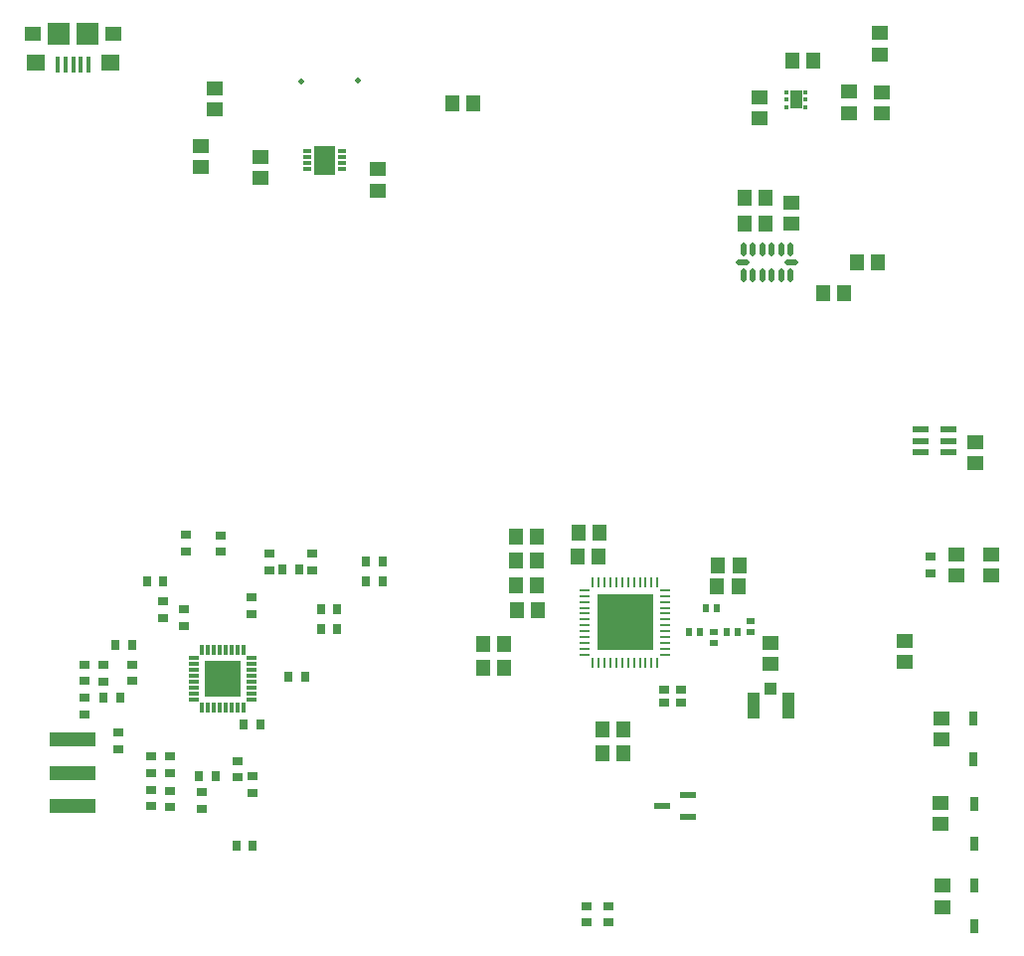
<source format=gtp>
G04 Layer_Color=8421504*
%FSLAX25Y25*%
%MOIN*%
G70*
G01*
G75*
%ADD10R,0.03543X0.03150*%
%ADD11R,0.05709X0.04528*%
G04:AMPARAMS|DCode=12|XSize=62.99mil|YSize=39.37mil|CornerRadius=1.97mil|HoleSize=0mil|Usage=FLASHONLY|Rotation=90.000|XOffset=0mil|YOffset=0mil|HoleType=Round|Shape=RoundedRectangle|*
%AMROUNDEDRECTD12*
21,1,0.06299,0.03543,0,0,90.0*
21,1,0.05905,0.03937,0,0,90.0*
1,1,0.00394,0.01772,0.02953*
1,1,0.00394,0.01772,-0.02953*
1,1,0.00394,-0.01772,-0.02953*
1,1,0.00394,-0.01772,0.02953*
%
%ADD12ROUNDEDRECTD12*%
%ADD13R,0.01378X0.01181*%
%ADD14R,0.02756X0.04921*%
%ADD15R,0.03937X0.04134*%
%ADD16R,0.04134X0.08661*%
%ADD17R,0.02520X0.02480*%
%ADD18R,0.02480X0.02520*%
%ADD19R,0.05799X0.02362*%
%ADD20R,0.04528X0.05709*%
%ADD21O,0.04508X0.02165*%
%ADD22O,0.02165X0.04508*%
%ADD23R,0.03150X0.03543*%
%ADD24R,0.05512X0.04724*%
%ADD25R,0.15748X0.04724*%
%ADD26R,0.03386X0.01181*%
%ADD27R,0.01181X0.03386*%
%ADD28R,0.12402X0.12402*%
%ADD29R,0.01575X0.05315*%
%ADD30R,0.06299X0.05512*%
%ADD31R,0.05709X0.05118*%
%ADD32R,0.07480X0.07480*%
%ADD33C,0.01968*%
%ADD34R,0.06900X0.09800*%
%ADD35R,0.03100X0.01200*%
%ADD36R,0.05200X0.02200*%
%ADD37R,0.01024X0.03386*%
%ADD38R,0.03386X0.01024*%
%ADD39R,0.18504X0.18504*%
G36*
X79757Y91091D02*
X76686D01*
Y94162D01*
X79757D01*
Y91091D01*
D02*
G37*
G36*
X75584D02*
X72510D01*
Y94162D01*
X75584D01*
Y91091D01*
D02*
G37*
G36*
Y95265D02*
X72510D01*
Y98338D01*
X75584D01*
Y95265D01*
D02*
G37*
G36*
X113807Y263700D02*
X106907D01*
Y273500D01*
X113807D01*
Y263700D01*
D02*
G37*
G36*
X79757Y95265D02*
X76687D01*
Y98343D01*
X79757D01*
Y95265D01*
D02*
G37*
D10*
X313500Y135657D02*
D03*
Y130145D02*
D03*
X205500Y12888D02*
D03*
Y18400D02*
D03*
X198300Y18400D02*
D03*
Y12888D02*
D03*
X69056Y51144D02*
D03*
Y56656D02*
D03*
X63100Y117900D02*
D03*
Y112388D02*
D03*
X91900Y131144D02*
D03*
Y136656D02*
D03*
X106300Y136656D02*
D03*
Y131144D02*
D03*
X75500Y137244D02*
D03*
Y142756D02*
D03*
X64000Y137488D02*
D03*
Y143000D02*
D03*
X85856Y116388D02*
D03*
Y121900D02*
D03*
X45856Y99500D02*
D03*
Y93988D02*
D03*
X29856Y93900D02*
D03*
Y99412D02*
D03*
Y82788D02*
D03*
Y88300D02*
D03*
X56256Y115188D02*
D03*
Y120700D02*
D03*
X52256Y51988D02*
D03*
Y57500D02*
D03*
X58656Y51588D02*
D03*
Y57100D02*
D03*
X52256Y68700D02*
D03*
Y63188D02*
D03*
X58656Y68700D02*
D03*
Y63188D02*
D03*
X81056Y61544D02*
D03*
Y67056D02*
D03*
X229856Y86635D02*
D03*
X224344D02*
D03*
X229856Y90965D02*
D03*
X224344D02*
D03*
X36256Y93812D02*
D03*
Y99324D02*
D03*
X86300Y61900D02*
D03*
Y56388D02*
D03*
X41056Y71100D02*
D03*
Y76612D02*
D03*
D11*
X322300Y129257D02*
D03*
Y136343D02*
D03*
X296409Y311261D02*
D03*
Y304174D02*
D03*
X256109Y282731D02*
D03*
Y289818D02*
D03*
X305000Y107500D02*
D03*
Y100413D02*
D03*
X317200Y81443D02*
D03*
Y74357D02*
D03*
X316800Y53143D02*
D03*
Y46057D02*
D03*
X317500Y25243D02*
D03*
Y18157D02*
D03*
X259900Y99657D02*
D03*
Y106743D02*
D03*
X328500Y174043D02*
D03*
Y166957D02*
D03*
X266950Y254400D02*
D03*
Y247313D02*
D03*
X88757Y262657D02*
D03*
Y269743D02*
D03*
X68757Y266313D02*
D03*
Y273400D02*
D03*
X334000Y136300D02*
D03*
Y129213D02*
D03*
X128309Y258474D02*
D03*
Y265561D02*
D03*
X297184Y291421D02*
D03*
Y284335D02*
D03*
X286084Y284478D02*
D03*
Y291565D02*
D03*
D12*
X268409Y288974D02*
D03*
D13*
X271657Y286415D02*
D03*
Y288974D02*
D03*
Y291533D02*
D03*
X265161D02*
D03*
Y288974D02*
D03*
Y286415D02*
D03*
D14*
X328000Y81391D02*
D03*
Y67809D02*
D03*
X328057Y52791D02*
D03*
Y39209D02*
D03*
X328200Y25391D02*
D03*
Y11809D02*
D03*
D15*
X259900Y91505D02*
D03*
D16*
X265707Y85600D02*
D03*
X254093D02*
D03*
D17*
X253300Y114031D02*
D03*
Y110369D02*
D03*
X240700Y106739D02*
D03*
Y110400D02*
D03*
D18*
X232469Y110400D02*
D03*
X236131D02*
D03*
X245269Y110400D02*
D03*
X248931D02*
D03*
X241731Y118400D02*
D03*
X238069D02*
D03*
D19*
X319399Y178240D02*
D03*
Y174500D02*
D03*
Y170760D02*
D03*
X310100D02*
D03*
Y174500D02*
D03*
Y178240D02*
D03*
D20*
X288690Y234516D02*
D03*
X295777D02*
D03*
X277490Y224116D02*
D03*
X284577D02*
D03*
X174757Y117600D02*
D03*
X181843D02*
D03*
X163557Y106400D02*
D03*
X170643D02*
D03*
X163557Y98400D02*
D03*
X170643D02*
D03*
X174413Y125943D02*
D03*
X181500D02*
D03*
X202643Y143543D02*
D03*
X195557D02*
D03*
X202300Y135543D02*
D03*
X195213D02*
D03*
X203557Y77600D02*
D03*
X210643D02*
D03*
X203557Y69600D02*
D03*
X210643D02*
D03*
X258149Y256113D02*
D03*
X251063D02*
D03*
X251063Y247313D02*
D03*
X258150D02*
D03*
X274309Y301974D02*
D03*
X267223D02*
D03*
X174413Y142400D02*
D03*
X181500D02*
D03*
X174413Y134400D02*
D03*
X181500D02*
D03*
X249387Y132800D02*
D03*
X242300D02*
D03*
X249043Y125600D02*
D03*
X241957D02*
D03*
X153213Y287800D02*
D03*
X160300D02*
D03*
D21*
X250434Y234513D02*
D03*
X266950D02*
D03*
D22*
X250818Y230193D02*
D03*
X253967D02*
D03*
X257117D02*
D03*
X260266D02*
D03*
X263416D02*
D03*
X266566D02*
D03*
Y238834D02*
D03*
X263416D02*
D03*
X260266D02*
D03*
X257117D02*
D03*
X253967D02*
D03*
X250818D02*
D03*
D23*
X56256Y127412D02*
D03*
X50744D02*
D03*
X36344Y88300D02*
D03*
X41856D02*
D03*
X103825Y95500D02*
D03*
X98313D02*
D03*
X109144Y111500D02*
D03*
X114656D02*
D03*
X109056Y117900D02*
D03*
X114568D02*
D03*
X86212Y38700D02*
D03*
X80700D02*
D03*
X124344Y127500D02*
D03*
X129856D02*
D03*
X124344Y133900D02*
D03*
X129856D02*
D03*
X96344Y131500D02*
D03*
X101856D02*
D03*
X45856Y105900D02*
D03*
X40344D02*
D03*
X68344Y61900D02*
D03*
X73856D02*
D03*
X88856Y79400D02*
D03*
X83344D02*
D03*
D24*
X73576Y292629D02*
D03*
Y285542D02*
D03*
D25*
X25856Y51880D02*
D03*
Y63100D02*
D03*
Y74320D02*
D03*
D26*
X66548Y101603D02*
D03*
Y99635D02*
D03*
Y97666D02*
D03*
Y95698D02*
D03*
Y93729D02*
D03*
Y91761D02*
D03*
Y89792D02*
D03*
Y87824D02*
D03*
X85721D02*
D03*
Y89792D02*
D03*
Y91761D02*
D03*
Y93729D02*
D03*
Y95698D02*
D03*
Y97666D02*
D03*
Y99635D02*
D03*
Y101603D02*
D03*
D27*
X83025Y104300D02*
D03*
X81056D02*
D03*
X79088D02*
D03*
X77119D02*
D03*
X75151D02*
D03*
X73182D02*
D03*
X71214D02*
D03*
X69245D02*
D03*
Y85127D02*
D03*
X71214D02*
D03*
X73182D02*
D03*
X75151D02*
D03*
X77119D02*
D03*
X79088D02*
D03*
X81056D02*
D03*
X83025D02*
D03*
D28*
X76135Y94713D02*
D03*
D29*
X31154Y300601D02*
D03*
X28595D02*
D03*
X26036D02*
D03*
X23477D02*
D03*
X20918D02*
D03*
D30*
X38635Y301487D02*
D03*
X13438D02*
D03*
D31*
X39521Y311132D02*
D03*
X12552D02*
D03*
D32*
X30761D02*
D03*
X21312D02*
D03*
D33*
X102508Y295000D02*
D03*
X121405Y295394D02*
D03*
D34*
X110357Y268600D02*
D03*
D35*
X116107Y271553D02*
D03*
Y269584D02*
D03*
Y267616D02*
D03*
Y265647D02*
D03*
X104607D02*
D03*
Y267616D02*
D03*
Y269584D02*
D03*
Y271553D02*
D03*
D36*
X232200Y48300D02*
D03*
Y55700D02*
D03*
X223600Y52000D02*
D03*
D37*
X200273Y100076D02*
D03*
X202242D02*
D03*
X204210D02*
D03*
X206179D02*
D03*
X208147D02*
D03*
X210116D02*
D03*
X212084D02*
D03*
X214053D02*
D03*
X216021D02*
D03*
X217990D02*
D03*
X219958D02*
D03*
X221927D02*
D03*
Y127124D02*
D03*
X219958D02*
D03*
X217990D02*
D03*
X216021D02*
D03*
X214053D02*
D03*
X212084D02*
D03*
X210116D02*
D03*
X208147D02*
D03*
X206179D02*
D03*
X204210D02*
D03*
X202242D02*
D03*
X200273D02*
D03*
D38*
X224624Y102773D02*
D03*
Y104742D02*
D03*
Y106710D02*
D03*
Y108679D02*
D03*
Y110647D02*
D03*
Y112616D02*
D03*
Y114584D02*
D03*
Y116553D02*
D03*
Y118521D02*
D03*
Y120490D02*
D03*
Y122458D02*
D03*
Y124427D02*
D03*
X197576D02*
D03*
Y122458D02*
D03*
Y120490D02*
D03*
Y118521D02*
D03*
Y116553D02*
D03*
Y114584D02*
D03*
Y112616D02*
D03*
Y110647D02*
D03*
Y108679D02*
D03*
Y106710D02*
D03*
Y104742D02*
D03*
Y102773D02*
D03*
D39*
X211100Y113600D02*
D03*
M02*

</source>
